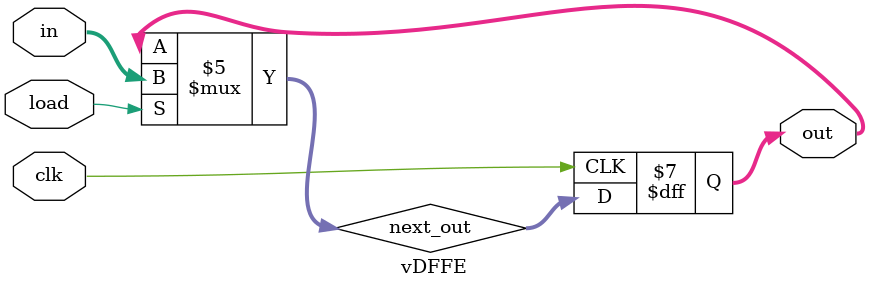
<source format=v>
/* CPEN 211 Lab 6: Simple RISC Machine */
/* Prayetnaa Kansakar & Danial Jaber */
/* vDFFE.v */


//D flip flop with load enable
module vDFFE(clk, load, in, out);
    parameter n = 16;
    input clk, load;
    input [n-1:0] in;
    output reg [n-1:0] out;
    reg [n-1:0] next_out;

    always @(*) begin // load decides the output of vDFFE
    	if(load == 1'b1)
	next_out = in;
    	else
	next_out = out;
    end    

       always @(posedge clk) //updates DFF when clock is triggered
        out = next_out;
endmodule

</source>
